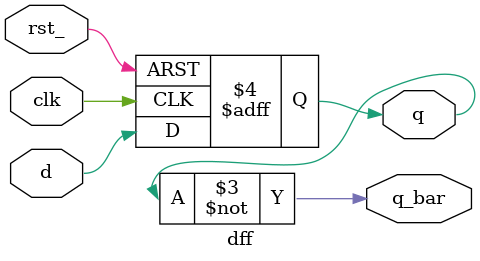
<source format=v>
module dff (input clk, rst_, d, 
            output reg q, 
            output q_bar);
  
  always @ (posedge clk or negedge rst_) begin
    if(!rst_)
      q <= 1'b0;
  	else 
      q <= d; 
  end 
  
  assign q_bar = ~q; 
  
endmodule

</source>
